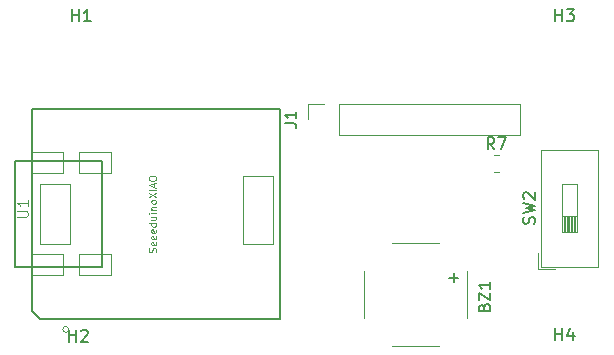
<source format=gbr>
%TF.GenerationSoftware,KiCad,Pcbnew,(5.1.9)-1*%
%TF.CreationDate,2021-06-20T17:52:24+02:00*%
%TF.ProjectId,Air-Quality,4169722d-5175-4616-9c69-74792e6b6963,rev?*%
%TF.SameCoordinates,Original*%
%TF.FileFunction,Legend,Top*%
%TF.FilePolarity,Positive*%
%FSLAX46Y46*%
G04 Gerber Fmt 4.6, Leading zero omitted, Abs format (unit mm)*
G04 Created by KiCad (PCBNEW (5.1.9)-1) date 2021-06-20 17:52:24*
%MOMM*%
%LPD*%
G01*
G04 APERTURE LIST*
%ADD10C,0.120000*%
%ADD11C,0.100000*%
%ADD12C,0.127000*%
%ADD13C,0.066040*%
%ADD14C,0.150000*%
%ADD15C,0.101600*%
%ADD16C,0.076200*%
G04 APERTURE END LIST*
D10*
%TO.C,SW2*%
X157518100Y-46815767D02*
X158788100Y-46815767D01*
X158718100Y-48169100D02*
X158718100Y-46815767D01*
X158598100Y-48169100D02*
X158598100Y-46815767D01*
X158478100Y-48169100D02*
X158478100Y-46815767D01*
X158358100Y-48169100D02*
X158358100Y-46815767D01*
X158238100Y-48169100D02*
X158238100Y-46815767D01*
X158118100Y-48169100D02*
X158118100Y-46815767D01*
X157998100Y-48169100D02*
X157998100Y-46815767D01*
X157878100Y-48169100D02*
X157878100Y-46815767D01*
X157758100Y-48169100D02*
X157758100Y-46815767D01*
X157638100Y-48169100D02*
X157638100Y-46815767D01*
X157518100Y-44109100D02*
X157518100Y-48169100D01*
X158788100Y-44109100D02*
X157518100Y-44109100D01*
X158788100Y-48169100D02*
X158788100Y-44109100D01*
X157518100Y-48169100D02*
X158788100Y-48169100D01*
X155493100Y-51329100D02*
X156876100Y-51329100D01*
X155493100Y-51329100D02*
X155493100Y-49945100D01*
X155733100Y-41189100D02*
X160573100Y-41189100D01*
X155733100Y-51089100D02*
X160573100Y-51089100D01*
X160573100Y-51089100D02*
X160573100Y-41189100D01*
X155733100Y-51089100D02*
X155733100Y-41189100D01*
D11*
%TO.C,U1*%
X115722400Y-56413400D02*
G75*
G03*
X115722400Y-56413400I-254000J0D01*
G01*
D12*
X118559580Y-51130200D02*
X111206280Y-51130200D01*
X118559580Y-42130980D02*
X118559580Y-51130200D01*
X111206280Y-42130980D02*
X118559580Y-42130980D01*
X111206280Y-51125120D02*
X111206280Y-42130980D01*
X113301780Y-55524400D02*
X133629400Y-55524400D01*
X112631220Y-54853840D02*
X113301780Y-55524400D01*
X112631220Y-37726620D02*
X112631220Y-54853840D01*
X133629400Y-37726620D02*
X112631220Y-37726620D01*
X133629400Y-55524400D02*
X133629400Y-37726620D01*
D13*
X115214400Y-43205400D02*
X112547400Y-43205400D01*
X112547400Y-43205400D02*
X112547400Y-41427400D01*
X115214400Y-41427400D02*
X112547400Y-41427400D01*
X115214400Y-43205400D02*
X115214400Y-41427400D01*
X119280940Y-43205400D02*
X116611400Y-43205400D01*
X116611400Y-43205400D02*
X116611400Y-41427400D01*
X119280940Y-41427400D02*
X116611400Y-41427400D01*
X119280940Y-43205400D02*
X119280940Y-41427400D01*
X119280940Y-51841400D02*
X116611400Y-51841400D01*
X116611400Y-51841400D02*
X116611400Y-50063400D01*
X119280940Y-50063400D02*
X116611400Y-50063400D01*
X119280940Y-51841400D02*
X119280940Y-50063400D01*
X115214400Y-51841400D02*
X112547400Y-51841400D01*
X112547400Y-51841400D02*
X112547400Y-50063400D01*
X115214400Y-50063400D02*
X112547400Y-50063400D01*
X115214400Y-51841400D02*
X115214400Y-50063400D01*
X132994400Y-49174400D02*
X130454400Y-49174400D01*
X130454400Y-49174400D02*
X130454400Y-43459400D01*
X132994400Y-43459400D02*
X130454400Y-43459400D01*
X132994400Y-49174400D02*
X132994400Y-43459400D01*
X115849400Y-49174400D02*
X113309400Y-49174400D01*
X113309400Y-49174400D02*
X113309400Y-44094400D01*
X115849400Y-44094400D02*
X113309400Y-44094400D01*
X115849400Y-49174400D02*
X115849400Y-44094400D01*
D10*
%TO.C,BZ1*%
X149422100Y-55454300D02*
X149422100Y-51454300D01*
X147072100Y-49104300D02*
X143072100Y-49104300D01*
X140722100Y-51454300D02*
X140722100Y-55454300D01*
X143072100Y-57804300D02*
X147072100Y-57804300D01*
%TO.C,J1*%
X135995100Y-38633400D02*
X135995100Y-37303400D01*
X135995100Y-37303400D02*
X137325100Y-37303400D01*
X138595100Y-37303400D02*
X153895100Y-37303400D01*
X153895100Y-39963400D02*
X153895100Y-37303400D01*
X138595100Y-39963400D02*
X153895100Y-39963400D01*
X138595100Y-39963400D02*
X138595100Y-37303400D01*
%TO.C,R7*%
X151703036Y-43089500D02*
X152157164Y-43089500D01*
X151703036Y-41619500D02*
X152157164Y-41619500D01*
%TO.C,SW2*%
D14*
X155137861Y-47472433D02*
X155185480Y-47329576D01*
X155185480Y-47091480D01*
X155137861Y-46996242D01*
X155090242Y-46948623D01*
X154995004Y-46901004D01*
X154899766Y-46901004D01*
X154804528Y-46948623D01*
X154756909Y-46996242D01*
X154709290Y-47091480D01*
X154661671Y-47281957D01*
X154614052Y-47377195D01*
X154566433Y-47424814D01*
X154471195Y-47472433D01*
X154375957Y-47472433D01*
X154280719Y-47424814D01*
X154233100Y-47377195D01*
X154185480Y-47281957D01*
X154185480Y-47043861D01*
X154233100Y-46901004D01*
X154185480Y-46567671D02*
X155185480Y-46329576D01*
X154471195Y-46139100D01*
X155185480Y-45948623D01*
X154185480Y-45710528D01*
X154280719Y-45377195D02*
X154233100Y-45329576D01*
X154185480Y-45234338D01*
X154185480Y-44996242D01*
X154233100Y-44901004D01*
X154280719Y-44853385D01*
X154375957Y-44805766D01*
X154471195Y-44805766D01*
X154614052Y-44853385D01*
X155185480Y-45424814D01*
X155185480Y-44805766D01*
%TO.C,H4*%
X156933995Y-57311480D02*
X156933995Y-56311480D01*
X156933995Y-56787671D02*
X157505423Y-56787671D01*
X157505423Y-57311480D02*
X157505423Y-56311480D01*
X158410185Y-56644814D02*
X158410185Y-57311480D01*
X158172090Y-56263861D02*
X157933995Y-56978147D01*
X158553042Y-56978147D01*
%TO.C,H3*%
X156933995Y-30311280D02*
X156933995Y-29311280D01*
X156933995Y-29787471D02*
X157505423Y-29787471D01*
X157505423Y-30311280D02*
X157505423Y-29311280D01*
X157886376Y-29311280D02*
X158505423Y-29311280D01*
X158172090Y-29692233D01*
X158314947Y-29692233D01*
X158410185Y-29739852D01*
X158457804Y-29787471D01*
X158505423Y-29882709D01*
X158505423Y-30120804D01*
X158457804Y-30216042D01*
X158410185Y-30263661D01*
X158314947Y-30311280D01*
X158029233Y-30311280D01*
X157933995Y-30263661D01*
X157886376Y-30216042D01*
%TO.C,H2*%
X115785995Y-57451180D02*
X115785995Y-56451180D01*
X115785995Y-56927371D02*
X116357423Y-56927371D01*
X116357423Y-57451180D02*
X116357423Y-56451180D01*
X116785995Y-56546419D02*
X116833614Y-56498800D01*
X116928852Y-56451180D01*
X117166947Y-56451180D01*
X117262185Y-56498800D01*
X117309804Y-56546419D01*
X117357423Y-56641657D01*
X117357423Y-56736895D01*
X117309804Y-56879752D01*
X116738376Y-57451180D01*
X117357423Y-57451180D01*
%TO.C,H1*%
X116001895Y-30311280D02*
X116001895Y-29311280D01*
X116001895Y-29787471D02*
X116573323Y-29787471D01*
X116573323Y-30311280D02*
X116573323Y-29311280D01*
X117573323Y-30311280D02*
X117001895Y-30311280D01*
X117287609Y-30311280D02*
X117287609Y-29311280D01*
X117192371Y-29454138D01*
X117097133Y-29549376D01*
X117001895Y-29596995D01*
%TO.C,U1*%
D15*
X111362066Y-46867233D02*
X112081733Y-46867233D01*
X112166400Y-46824900D01*
X112208733Y-46782566D01*
X112251066Y-46697900D01*
X112251066Y-46528566D01*
X112208733Y-46443900D01*
X112166400Y-46401566D01*
X112081733Y-46359233D01*
X111362066Y-46359233D01*
X112251066Y-45470233D02*
X112251066Y-45978233D01*
X112251066Y-45724233D02*
X111362066Y-45724233D01*
X111489066Y-45808900D01*
X111573733Y-45893566D01*
X111616066Y-45978233D01*
D16*
X123081142Y-49856571D02*
X123110171Y-49769485D01*
X123110171Y-49624342D01*
X123081142Y-49566285D01*
X123052114Y-49537257D01*
X122994057Y-49508228D01*
X122936000Y-49508228D01*
X122877942Y-49537257D01*
X122848914Y-49566285D01*
X122819885Y-49624342D01*
X122790857Y-49740457D01*
X122761828Y-49798514D01*
X122732800Y-49827542D01*
X122674742Y-49856571D01*
X122616685Y-49856571D01*
X122558628Y-49827542D01*
X122529600Y-49798514D01*
X122500571Y-49740457D01*
X122500571Y-49595314D01*
X122529600Y-49508228D01*
X123081142Y-49014742D02*
X123110171Y-49072800D01*
X123110171Y-49188914D01*
X123081142Y-49246971D01*
X123023085Y-49276000D01*
X122790857Y-49276000D01*
X122732800Y-49246971D01*
X122703771Y-49188914D01*
X122703771Y-49072800D01*
X122732800Y-49014742D01*
X122790857Y-48985714D01*
X122848914Y-48985714D01*
X122906971Y-49276000D01*
X123081142Y-48492228D02*
X123110171Y-48550285D01*
X123110171Y-48666400D01*
X123081142Y-48724457D01*
X123023085Y-48753485D01*
X122790857Y-48753485D01*
X122732800Y-48724457D01*
X122703771Y-48666400D01*
X122703771Y-48550285D01*
X122732800Y-48492228D01*
X122790857Y-48463200D01*
X122848914Y-48463200D01*
X122906971Y-48753485D01*
X123081142Y-47969714D02*
X123110171Y-48027771D01*
X123110171Y-48143885D01*
X123081142Y-48201942D01*
X123023085Y-48230971D01*
X122790857Y-48230971D01*
X122732800Y-48201942D01*
X122703771Y-48143885D01*
X122703771Y-48027771D01*
X122732800Y-47969714D01*
X122790857Y-47940685D01*
X122848914Y-47940685D01*
X122906971Y-48230971D01*
X123110171Y-47418171D02*
X122500571Y-47418171D01*
X123081142Y-47418171D02*
X123110171Y-47476228D01*
X123110171Y-47592342D01*
X123081142Y-47650400D01*
X123052114Y-47679428D01*
X122994057Y-47708457D01*
X122819885Y-47708457D01*
X122761828Y-47679428D01*
X122732800Y-47650400D01*
X122703771Y-47592342D01*
X122703771Y-47476228D01*
X122732800Y-47418171D01*
X122703771Y-46866628D02*
X123110171Y-46866628D01*
X122703771Y-47127885D02*
X123023085Y-47127885D01*
X123081142Y-47098857D01*
X123110171Y-47040800D01*
X123110171Y-46953714D01*
X123081142Y-46895657D01*
X123052114Y-46866628D01*
X123110171Y-46576342D02*
X122703771Y-46576342D01*
X122500571Y-46576342D02*
X122529600Y-46605371D01*
X122558628Y-46576342D01*
X122529600Y-46547314D01*
X122500571Y-46576342D01*
X122558628Y-46576342D01*
X122703771Y-46286057D02*
X123110171Y-46286057D01*
X122761828Y-46286057D02*
X122732800Y-46257028D01*
X122703771Y-46198971D01*
X122703771Y-46111885D01*
X122732800Y-46053828D01*
X122790857Y-46024800D01*
X123110171Y-46024800D01*
X123110171Y-45647428D02*
X123081142Y-45705485D01*
X123052114Y-45734514D01*
X122994057Y-45763542D01*
X122819885Y-45763542D01*
X122761828Y-45734514D01*
X122732800Y-45705485D01*
X122703771Y-45647428D01*
X122703771Y-45560342D01*
X122732800Y-45502285D01*
X122761828Y-45473257D01*
X122819885Y-45444228D01*
X122994057Y-45444228D01*
X123052114Y-45473257D01*
X123081142Y-45502285D01*
X123110171Y-45560342D01*
X123110171Y-45647428D01*
X122500571Y-45241028D02*
X123110171Y-44834628D01*
X122500571Y-44834628D02*
X123110171Y-45241028D01*
X123110171Y-44602400D02*
X122500571Y-44602400D01*
X122936000Y-44341142D02*
X122936000Y-44050857D01*
X123110171Y-44399200D02*
X122500571Y-44196000D01*
X123110171Y-43992800D01*
X122500571Y-43673485D02*
X122500571Y-43557371D01*
X122529600Y-43499314D01*
X122587657Y-43441257D01*
X122703771Y-43412228D01*
X122906971Y-43412228D01*
X123023085Y-43441257D01*
X123081142Y-43499314D01*
X123110171Y-43557371D01*
X123110171Y-43673485D01*
X123081142Y-43731542D01*
X123023085Y-43789600D01*
X122906971Y-43818628D01*
X122703771Y-43818628D01*
X122587657Y-43789600D01*
X122529600Y-43731542D01*
X122500571Y-43673485D01*
%TO.C,BZ1*%
D14*
X150900671Y-54535252D02*
X150948290Y-54392395D01*
X150995909Y-54344776D01*
X151091147Y-54297157D01*
X151234004Y-54297157D01*
X151329242Y-54344776D01*
X151376861Y-54392395D01*
X151424480Y-54487633D01*
X151424480Y-54868585D01*
X150424480Y-54868585D01*
X150424480Y-54535252D01*
X150472100Y-54440014D01*
X150519719Y-54392395D01*
X150614957Y-54344776D01*
X150710195Y-54344776D01*
X150805433Y-54392395D01*
X150853052Y-54440014D01*
X150900671Y-54535252D01*
X150900671Y-54868585D01*
X150424480Y-53963823D02*
X150424480Y-53297157D01*
X151424480Y-53963823D01*
X151424480Y-53297157D01*
X151424480Y-52392395D02*
X151424480Y-52963823D01*
X151424480Y-52678109D02*
X150424480Y-52678109D01*
X150567338Y-52773347D01*
X150662576Y-52868585D01*
X150710195Y-52963823D01*
X147941147Y-52025728D02*
X148703052Y-52025728D01*
X148322100Y-52406680D02*
X148322100Y-51644776D01*
%TO.C,J1*%
X134007480Y-38966733D02*
X134721766Y-38966733D01*
X134864623Y-39014352D01*
X134959861Y-39109590D01*
X135007480Y-39252447D01*
X135007480Y-39347685D01*
X135007480Y-37966733D02*
X135007480Y-38538161D01*
X135007480Y-38252447D02*
X134007480Y-38252447D01*
X134150338Y-38347685D01*
X134245576Y-38442923D01*
X134293195Y-38538161D01*
%TO.C,R7*%
X151763433Y-41156880D02*
X151430100Y-40680690D01*
X151192004Y-41156880D02*
X151192004Y-40156880D01*
X151572957Y-40156880D01*
X151668195Y-40204500D01*
X151715814Y-40252119D01*
X151763433Y-40347357D01*
X151763433Y-40490214D01*
X151715814Y-40585452D01*
X151668195Y-40633071D01*
X151572957Y-40680690D01*
X151192004Y-40680690D01*
X152096766Y-40156880D02*
X152763433Y-40156880D01*
X152334861Y-41156880D01*
%TD*%
M02*

</source>
